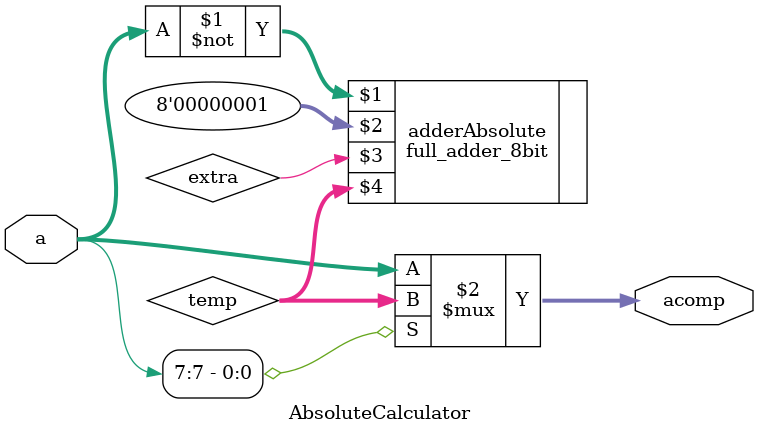
<source format=v>
`timescale 1ns / 1ps
module AbsoluteCalculator(
    a,
    acomp
    );
	 input [7:0] a;
	 output [7:0] acomp;
	 wire [7:0] temp;
	 wire extra;
	//subtractor_8bit s(8'b10000000, a, temp);
	full_adder_8bit adderAbsolute(~a, 8'b00000001, extra,temp);
	assign acomp = a[7] ? temp : a;
endmodule

</source>
